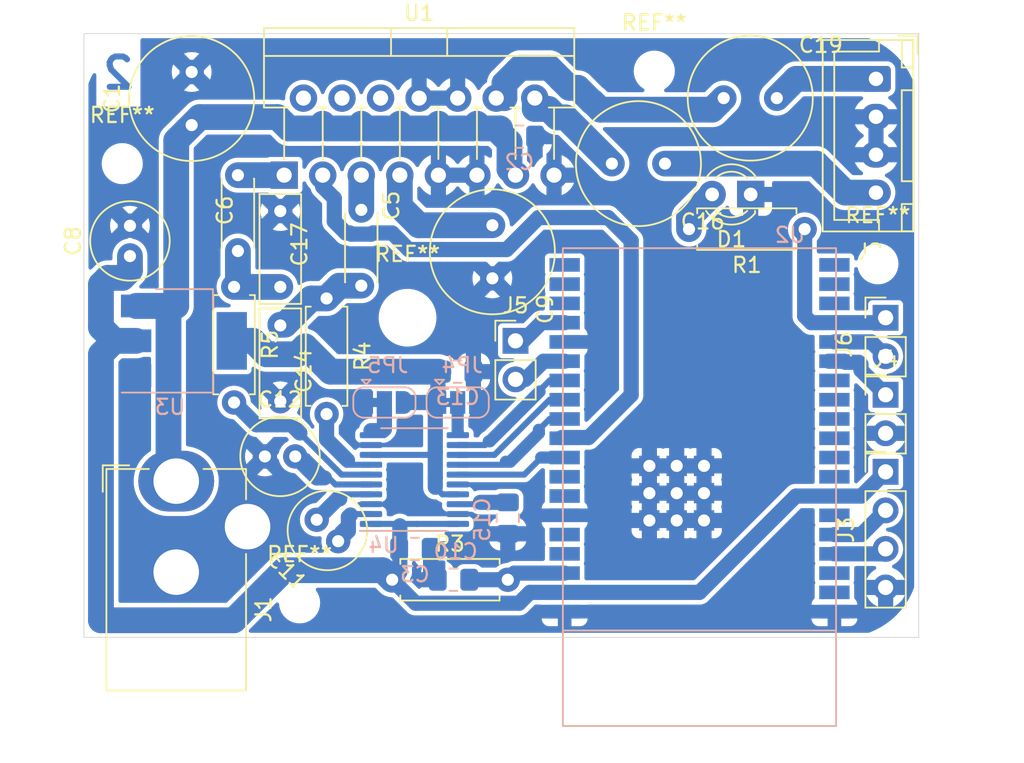
<source format=kicad_pcb>
(kicad_pcb (version 20211014) (generator pcbnew)
  (layers (0 "F.Cu" signal) (31 "B.Cu" signal) (34 "B.Paste" user) (35 "F.Paste" user) (36 "B.SilkS" user "B.Silkscreen") (37 "F.SilkS" user "F.Silkscreen") (38 "B.Mask" user) (39 "F.Mask" user) (44 "Edge.Cuts" user))
  (net 0 "")
  (net 1 "GND")
  (net 2 "+12V")
  (net 3 "Net-(C5-Pad1)")
  (net 4 "Net-(C6-Pad1)")
  (net 5 "+3V3")
  (net 6 "Net-(C10-Pad1)")
  (net 7 "Net-(C11-Pad2)")
  (net 8 "Net-(C11-Pad1)")
  (net 9 "Net-(C15-Pad1)")
  (net 10 "Net-(J3-Pad3)")
  (net 11 "Net-(J3-Pad2)")
  (net 12 "Net-(C9-Pad1)")
  (net 13 "Net-(C16-Pad1)")
  (net 14 "Net-(C19-Pad1)")
  (net 15 "Net-(D1-Pad2)")
  (net 16 "/PCM5100/DIN")
  (net 17 "/PCM5100/BCK")
  (net 18 "Net-(R4-Pad2)")
  (net 19 "Net-(R5-Pad2)")
  (net 20 "Net-(C12-Pad2)")
  (net 21 "Net-(JP4-Pad2)")
  (net 22 "Net-(JP5-Pad2)")
  (net 23 "/ESP32/IO14")
  (net 24 "Net-(J4-Pad1)")
  (net 25 "Net-(J6-Pad2)")
  (net 26 "Net-(J6-Pad1)")
  (net 27 "/TDA7496/LIN")
  (net 28 "/TDA7496/ROUT")
  (net 29 "/TDA7496/LOUT")
  (net 30 "/PCM5100/OUTL")
  (net 31 "/ESP32/VOL")
  (net 32 "/ESP32/GPIO22-WORD")
  (net 33 "Net-(J5-Pad2)")
  (net 34 "Net-(J5-Pad1)")
  (footprint "Connector_JST:JST_XH_B4B-XH-A_1x04_P2.50mm_Vertical" (layer "F.Cu") (at 155.123 89.408 -90)
    (fp_text reference "J2" (at 11.4 0.4 180) (layer "F.SilkS"))
    (fp_text value "SPEAKER")
    (pad "1" thru_hole roundrect locked (at 0 0 270) (size 1.7 1.95) (drill 0.95) (layers *.Cu *.Mask) (roundrect_rratio 0.1470588235) (net 29 "/TDA7496/LOUT"))
    (pad "2" thru_hole oval locked (at 2.5 0 270) (size 1.7 1.95) (drill 0.95) (layers *.Cu *.Mask) (net 1 "GND"))
    (pad "3" thru_hole oval locked (at 5 0 270) (size 1.7 1.95) (drill 0.95) (layers *.Cu *.Mask) (net 1 "GND"))
    (pad "4" thru_hole oval locked (at 7.5 0 270) (size 1.7 1.95) (drill 0.95) (layers *.Cu *.Mask) (net 28 "/TDA7496/ROUT"))
  )
  (footprint "Capacitor_THT:C_Radial_D8.0mm_H11.5mm_P3.50mm" (layer "F.Cu") (at 145.09 90.678)
    (fp_text reference "C19" (at 6.4 -3.5) (layer "F.SilkS"))
    (fp_text value "470uF")
    (pad "1" thru_hole circle locked (at 0 0) (size 1.6 1.6) (drill 0.8) (layers *.Cu *.Mask) (net 14 "Net-(C19-Pad1)"))
    (pad "2" thru_hole circle locked (at 3.5 0) (size 1.6 1.6) (drill 0.8) (layers *.Cu *.Mask) (net 29 "/TDA7496/LOUT"))
  )
  (footprint "Resistor_THT:R_Axial_DIN0207_L6.3mm_D2.5mm_P7.62mm_Horizontal" (layer "F.Cu") (at 112.832 103.124 -90)
    (fp_text reference "R5" (at 3.81 -2.37 90) (layer "F.SilkS"))
    (fp_text value "470")
    (pad "1" thru_hole circle locked (at 0 0 270) (size 1.6 1.6) (drill 0.8) (layers *.Cu *.Mask) (net 30 "/PCM5100/OUTL"))
    (pad "2" thru_hole oval locked (at 7.62 0 270) (size 1.6 1.6) (drill 0.8) (layers *.Cu *.Mask) (net 19 "Net-(R5-Pad2)"))
  )
  (footprint "Resistor_THT:R_Axial_DIN0207_L6.3mm_D2.5mm_P7.62mm_Horizontal" (layer "F.Cu") (at 123.246 122.428)
    (fp_text reference "R3" (at 3.81 -2.37) (layer "F.SilkS"))
    (fp_text value "10k")
    (pad "1" thru_hole circle locked (at 0 0) (size 1.6 1.6) (drill 0.8) (layers *.Cu *.Mask) (net 5 "+3V3"))
    (pad "2" thru_hole oval locked (at 7.62 0) (size 1.6 1.6) (drill 0.8) (layers *.Cu *.Mask) (net 6 "Net-(C10-Pad1)"))
  )
  (footprint "Resistor_THT:R_Axial_DIN0207_L6.3mm_D2.5mm_P7.62mm_Horizontal" (layer "F.Cu") (at 150.424 99.314 180)
    (fp_text reference "R1" (at 3.81 -2.37) (layer "F.SilkS"))
    (fp_text value "470")
    (pad "1" thru_hole circle locked (at 0 0 180) (size 1.6 1.6) (drill 0.8) (layers *.Cu *.Mask) (net 26 "Net-(J6-Pad1)"))
    (pad "2" thru_hole oval locked (at 7.62 0 180) (size 1.6 1.6) (drill 0.8) (layers *.Cu *.Mask) (net 15 "Net-(D1-Pad2)"))
  )
  (footprint "LED_THT:LED_D3.0mm" (layer "F.Cu") (at 146.868 97.028 180)
    (fp_text reference "D1" (at 1.27 -2.96) (layer "F.SilkS"))
    (fp_text value "LED")
    (pad "1" thru_hole rect locked (at 0 0 180) (size 1.8 1.8) (drill 0.9) (layers *.Cu *.Mask) (net 1 "GND"))
    (pad "2" thru_hole circle locked (at 2.54 0 180) (size 1.8 1.8) (drill 0.9) (layers *.Cu *.Mask) (net 15 "Net-(D1-Pad2)"))
  )
  (footprint "Connector_PinHeader_2.54mm:PinHeader_1x04_P2.54mm_Vertical" (layer "F.Cu") (at 155.758 115.316)
    (fp_text reference "J3" (at -2.6 3.82 90) (layer "F.SilkS"))
    (fp_text value "UART")
    (pad "1" thru_hole rect locked (at 0 0) (size 1.7 1.7) (drill 1) (layers *.Cu *.Mask) (net 5 "+3V3"))
    (pad "2" thru_hole oval locked (at 0 2.54) (size 1.7 1.7) (drill 1) (layers *.Cu *.Mask) (net 11 "Net-(J3-Pad2)"))
    (pad "3" thru_hole oval locked (at 0 5.08) (size 1.7 1.7) (drill 1) (layers *.Cu *.Mask) (net 10 "Net-(J3-Pad3)"))
    (pad "4" thru_hole oval locked (at 0 7.62) (size 1.7 1.7) (drill 1) (layers *.Cu *.Mask) (net 1 "GND"))
  )
  (footprint "Connector_PinHeader_2.54mm:PinHeader_1x02_P2.54mm_Vertical" (layer "F.Cu") (at 155.758 110.236)
    (fp_text reference "J4" (at 0 -2.33) (layer "F.SilkS"))
    (fp_text value "BOOT_OPT")
    (pad "1" thru_hole rect locked (at 0 0) (size 1.7 1.7) (drill 1) (layers *.Cu *.Mask) (net 24 "Net-(J4-Pad1)"))
    (pad "2" thru_hole oval locked (at 0 2.54) (size 1.7 1.7) (drill 1) (layers *.Cu *.Mask) (net 1 "GND"))
  )
  (footprint "Capacitor_THT:C_Rect_L7.0mm_W2.5mm_P5.00mm" (layer "F.Cu") (at 115.88 103.124 90)
    (fp_text reference "C17" (at 2.802 1.264 90) (layer "F.SilkS"))
    (fp_text value "2.2nF")
    (pad "1" thru_hole circle locked (at 0 0 90) (size 1.6 1.6) (drill 0.8) (layers *.Cu *.Mask) (net 30 "/PCM5100/OUTL"))
    (pad "2" thru_hole circle locked (at 5 0 90) (size 1.6 1.6) (drill 0.8) (layers *.Cu *.Mask) (net 1 "GND"))
  )
  (footprint "Capacitor_THT:C_Disc_D4.3mm_W1.9mm_P5.00mm" (layer "F.Cu") (at 113.086 95.758 -90)
    (fp_text reference "C6" (at 2.322 0.864 90) (layer "F.SilkS"))
    (fp_text value "0.47uF")
    (pad "1" thru_hole circle locked (at 0 0 270) (size 1.6 1.6) (drill 0.8) (layers *.Cu *.Mask) (net 4 "Net-(C6-Pad1)"))
    (pad "2" thru_hole circle locked (at 5 0 270) (size 1.6 1.6) (drill 0.8) (layers *.Cu *.Mask) (net 30 "/PCM5100/OUTL"))
  )
  (footprint "Capacitor_THT:C_Radial_D8.0mm_H11.5mm_P3.50mm" (layer "F.Cu") (at 110.038 92.456 90)
    (fp_text reference "C1" (at 1.75 -5.25 90) (layer "F.SilkS"))
    (fp_text value "470uF x 16V")
    (pad "1" thru_hole circle locked (at 0 0 90) (size 1.6 1.6) (drill 0.8) (layers *.Cu *.Mask) (net 2 "+12V"))
    (pad "2" thru_hole circle locked (at 3.5 0 90) (size 1.6 1.6) (drill 0.8) (layers *.Cu *.Mask) (net 1 "GND"))
  )
  (footprint "Package_TO_SOT_THT:TO-220-15_P2.54x2.54mm_StaggerOdd_Lead4.58mm_Vertical" (layer "F.Cu") (at 116.134 95.758)
    (fp_text reference "U1" (at 8.89 -10.7) (layer "F.SilkS"))
    (fp_text value "TDA7496")
    (pad "1" thru_hole rect locked (at 0 0) (size 1.8 1.8) (drill 1) (layers *.Cu *.Mask) (net 4 "Net-(C6-Pad1)"))
    (pad "2" thru_hole oval locked (at 1.27 -5.08) (size 1.8 1.8) (drill 1) (layers *.Cu *.Mask))
    (pad "3" thru_hole oval locked (at 2.54 0) (size 1.8 1.8) (drill 1) (layers *.Cu *.Mask) (net 31 "/ESP32/VOL"))
    (pad "4" thru_hole oval locked (at 3.81 -5.08) (size 1.8 1.8) (drill 1) (layers *.Cu *.Mask))
    (pad "5" thru_hole oval locked (at 5.08 0) (size 1.8 1.8) (drill 1) (layers *.Cu *.Mask) (net 3 "Net-(C5-Pad1)"))
    (pad "6" thru_hole oval locked (at 6.35 -5.08) (size 1.8 1.8) (drill 1) (layers *.Cu *.Mask))
    (pad "7" thru_hole oval locked (at 7.62 0) (size 1.8 1.8) (drill 1) (layers *.Cu *.Mask) (net 12 "Net-(C9-Pad1)"))
    (pad "8" thru_hole oval locked (at 8.89 -5.08) (size 1.8 1.8) (drill 1) (layers *.Cu *.Mask) (net 1 "GND"))
    (pad "9" thru_hole oval locked (at 10.16 0) (size 1.8 1.8) (drill 1) (layers *.Cu *.Mask) (net 1 "GND"))
    (pad "10" thru_hole oval locked (at 11.43 -5.08) (size 1.8 1.8) (drill 1) (layers *.Cu *.Mask) (net 1 "GND"))
    (pad "11" thru_hole oval locked (at 12.7 0) (size 1.8 1.8) (drill 1) (layers *.Cu *.Mask) (net 1 "GND"))
    (pad "12" thru_hole oval locked (at 13.97 -5.08) (size 1.8 1.8) (drill 1) (layers *.Cu *.Mask) (net 14 "Net-(C19-Pad1)"))
    (pad "13" thru_hole oval locked (at 15.24 0) (size 1.8 1.8) (drill 1) (layers *.Cu *.Mask) (net 2 "+12V"))
    (pad "14" thru_hole oval locked (at 16.51 -5.08) (size 1.8 1.8) (drill 1) (layers *.Cu *.Mask) (net 13 "Net-(C16-Pad1)"))
    (pad "15" thru_hole oval locked (at 17.78 0) (size 1.8 1.8) (drill 1) (layers *.Cu *.Mask) (net 1 "GND"))
  )
  (footprint "Capacitor_THT:C_Disc_D4.3mm_W1.9mm_P5.00mm" (layer "F.Cu") (at 121.214 98.044 -90)
    (fp_text reference "C5" (at -0.278 -1.986 -90) (layer "F.SilkS"))
    (fp_text value "0.47uF")
    (pad "1" thru_hole circle locked (at 0 0 270) (size 1.6 1.6) (drill 0.8) (layers *.Cu *.Mask) (net 3 "Net-(C5-Pad1)"))
    (pad "2" thru_hole circle locked (at 5 0 270) (size 1.6 1.6) (drill 0.8) (layers *.Cu *.Mask) (net 27 "/TDA7496/LIN"))
  )
  (footprint "MountingHole:MountingHole_2.1mm" (layer "F.Cu") (at 140.518 88.9)
    (fp_text reference "REF**" (at 0 -3.2) (layer "F.SilkS"))
    (fp_text value "MountingHole_2.1mm")
    (pad "" np_thru_hole circle locked (at 0 0) (size 2.1 2.1) (drill 2.1) (layers *.Cu *.Mask))
  )
  (footprint "Capacitor_THT:C_Radial_D5.0mm_H11.0mm_P2.00mm" (layer "F.Cu") (at 119.69 119.888 135)
    (fp_text reference "C11" (at 1 -3.75 135) (layer "F.SilkS"))
    (fp_text value "2.2u")
    (pad "1" thru_hole circle locked (at 0 0 135) (size 1.6 1.6) (drill 0.8) (layers *.Cu *.Mask) (net 8 "Net-(C11-Pad1)"))
    (pad "2" thru_hole circle locked (at 2 0 135) (size 1.6 1.6) (drill 0.8) (layers *.Cu *.Mask) (net 7 "Net-(C11-Pad2)"))
  )
  (footprint "Resistor_THT:R_Axial_DIN0207_L6.3mm_D2.5mm_P7.62mm_Horizontal" (layer "F.Cu") (at 118.928 103.886 -90)
    (fp_text reference "R4" (at 3.81 -2.37 90) (layer "F.SilkS"))
    (fp_text value "470")
    (pad "1" thru_hole circle locked (at 0 0 270) (size 1.6 1.6) (drill 0.8) (layers *.Cu *.Mask) (net 27 "/TDA7496/LIN"))
    (pad "2" thru_hole oval locked (at 7.62 0 270) (size 1.6 1.6) (drill 0.8) (layers *.Cu *.Mask) (net 18 "Net-(R4-Pad2)"))
  )
  (footprint "Capacitor_THT:C_Radial_D5.0mm_H11.0mm_P2.00mm" (layer "F.Cu") (at 105.974 101.092 90)
    (fp_text reference "C8" (at 1 -3.75 90) (layer "F.SilkS"))
    (fp_text value "100uF")
    (pad "1" thru_hole circle locked (at 0 0 90) (size 1.6 1.6) (drill 0.8) (layers *.Cu *.Mask) (net 5 "+3V3"))
    (pad "2" thru_hole circle locked (at 2 0 90) (size 1.6 1.6) (drill 0.8) (layers *.Cu *.Mask) (net 1 "GND"))
  )
  (footprint "Capacitor_THT:C_Radial_D8.0mm_H11.5mm_P3.50mm" (layer "F.Cu") (at 137.724 94.996)
    (fp_text reference "C16" (at 5.986 3.822) (layer "F.SilkS"))
    (fp_text value "470uF")
    (pad "1" thru_hole circle locked (at 0 0) (size 1.6 1.6) (drill 0.8) (layers *.Cu *.Mask) (net 13 "Net-(C16-Pad1)"))
    (pad "2" thru_hole circle locked (at 3.5 0) (size 1.6 1.6) (drill 0.8) (layers *.Cu *.Mask) (net 28 "/TDA7496/ROUT"))
  )
  (footprint "Capacitor_THT:C_Rect_L7.0mm_W2.5mm_P5.00mm" (layer "F.Cu") (at 115.88 105.664 -90)
    (fp_text reference "C14" (at 3.002 -1.536 90) (layer "F.SilkS"))
    (fp_text value "2.2nF")
    (pad "1" thru_hole circle locked (at 0 0 270) (size 1.6 1.6) (drill 0.8) (layers *.Cu *.Mask) (net 27 "/TDA7496/LIN"))
    (pad "2" thru_hole circle locked (at 5 0 270) (size 1.6 1.6) (drill 0.8) (layers *.Cu *.Mask) (net 1 "GND"))
  )
  (footprint "Capacitor_THT:C_Radial_D5.0mm_H11.0mm_P2.00mm" (layer "F.Cu") (at 114.864 114.3)
    (fp_text reference "C12" (at 1 -3.75) (layer "F.SilkS"))
    (fp_text value "2.2u")
    (pad "1" thru_hole circle locked (at 0 0) (size 1.6 1.6) (drill 0.8) (layers *.Cu *.Mask) (net 1 "GND"))
    (pad "2" thru_hole circle locked (at 2 0) (size 1.6 1.6) (drill 0.8) (layers *.Cu *.Mask) (net 20 "Net-(C12-Pad2)"))
  )
  (footprint "Connector_BarrelJack:BarrelJack_CUI_PJ-102AH_Horizontal" (layer "F.Cu") (at 109.022 115.928)
    (fp_text reference "J1" (at 5.75 8.45 90) (layer "F.SilkS"))
    (fp_text value "12v")
    (pad "1" thru_hole roundrect locked (at 0 0) (size 5 4) (drill 3) (layers *.Cu *.Mask) (roundrect_rratio 0.5) (net 2 "+12V"))
    (pad "2" thru_hole roundrect locked (at 0 6) (size 5 4) (drill 3) (layers *.Cu *.Mask) (roundrect_rratio 0.5) (net 1 "GND"))
    (pad "3" thru_hole roundrect locked (at 4.7 3) (size 4 5) (drill 3) (layers *.Cu *.Mask) (roundrect_rratio 0.5) (net 1 "GND"))
  )
  (footprint "Connector_PinHeader_2.54mm:PinHeader_1x02_P2.54mm_Vertical" (layer "F.Cu") (at 131.374 106.68)
    (fp_text reference "J5" (at 0 -2.33) (layer "F.SilkS"))
    (fp_text value "Conn_01x02")
    (pad "1" thru_hole rect locked (at 0 0) (size 1.7 1.7) (drill 1) (layers *.Cu *.Mask) (net 34 "Net-(J5-Pad1)"))
    (pad "2" thru_hole oval locked (at 0 2.54) (size 1.7 1.7) (drill 1) (layers *.Cu *.Mask) (net 33 "Net-(J5-Pad2)"))
  )
  (footprint "MountingHole:MountingHole_2.1mm" (layer "F.Cu") (at 105.466 94.996)
    (fp_text reference "REF**" (at 0 -3.2) (layer "F.SilkS"))
    (fp_text value "MountingHole_2.1mm")
    (pad "" np_thru_hole circle locked (at 0 0) (size 2.1 2.1) (drill 2.1) (layers *.Cu *.Mask))
  )
  (footprint "Capacitor_THT:C_Radial_D8.0mm_H11.5mm_P3.50mm" (layer "F.Cu") (at 129.85 99.06 -90)
    (fp_text reference "C9" (at 5.536 -3.478 90) (layer "F.SilkS"))
    (fp_text value "470uF")
    (pad "1" thru_hole circle locked (at 0 0 270) (size 1.6 1.6) (drill 0.8) (layers *.Cu *.Mask) (net 12 "Net-(C9-Pad1)"))
    (pad "2" thru_hole circle locked (at 3.5 0 270) (size 1.6 1.6) (drill 0.8) (layers *.Cu *.Mask) (net 1 "GND"))
  )
  (footprint "MountingHole:MountingHole_3.2mm_M3" (layer "F.Cu") (at 124.262 105.156)
    (fp_text reference "REF**" (at 0 -4.2) (layer "F.SilkS"))
    (fp_text value "MountingHole_3.2mm_M3")
    (pad "" np_thru_hole circle locked (at 0 0) (size 3.2 3.2) (drill 3.2) (layers *.Cu *.Mask))
  )
  (footprint "Connector_PinHeader_2.54mm:PinHeader_1x02_P2.54mm_Vertical" (layer "F.Cu") (at 155.758 105.156)
    (fp_text reference "J6" (at -2.7432 1.778 90) (layer "F.SilkS"))
    (fp_text value "EXTRA")
    (pad "1" thru_hole rect locked (at 0 0) (size 1.7 1.7) (drill 1) (layers *.Cu *.Mask) (net 26 "Net-(J6-Pad1)"))
    (pad "2" thru_hole oval locked (at 0 2.54) (size 1.7 1.7) (drill 1) (layers *.Cu *.Mask) (net 25 "Net-(J6-Pad2)"))
  )
  (footprint "MountingHole:MountingHole_2.1mm" (layer "F.Cu") (at 155.25 101.6)
    (fp_text reference "REF**" (at 0 -3.2) (layer "F.SilkS"))
    (fp_text value "MountingHole_2.1mm")
    (pad "" np_thru_hole circle locked (at 0 0) (size 2.1 2.1) (drill 2.1) (layers *.Cu *.Mask))
  )
  (footprint "MountingHole:MountingHole_2.1mm" (layer "F.Cu") (at 117.15 123.952)
    (fp_text reference "REF**" (at 0 -3.2) (layer "F.SilkS"))
    (fp_text value "MountingHole_2.1mm")
    (pad "" np_thru_hole circle locked (at 0 0) (size 2.1 2.1) (drill 2.1) (layers *.Cu *.Mask))
  )
  (footprint "Capacitor_SMD:C_0805_2012Metric_Pad1.18x1.45mm_HandSolder" (layer "B.Cu") (at 130.866 118.364 -90)
    (fp_text reference "C15" (at 0.1 1.68 90) (layer "B.SilkS") (effects (justify mirror)))
    (fp_text value "0.1u")
    (pad "1" smd roundrect locked (at -1.0375 0 270) (size 1.175 1.45) (layers "B.Cu" "B.Paste" "B.Mask") (roundrect_rratio 0.2127659574) (net 9 "Net-(C15-Pad1)"))
    (pad "2" smd roundrect locked (at 1.0375 0 270) (size 1.175 1.45) (layers "B.Cu" "B.Paste" "B.Mask") (roundrect_rratio 0.2127659574) (net 1 "GND"))
  )
  (footprint "Package_SO:TSSOP-20_4.4x6.5mm_P0.65mm" (layer "B.Cu") (at 124.714 115.824)
    (fp_text reference "U4" (at -2.032 4.318) (layer "B.SilkS") (effects (justify mirror)))
    (fp_text value "PCM5100")
    (pad "1" smd roundrect locked (at -2.8625 2.925) (size 1.475 0.4) (layers "B.Cu" "B.Paste" "B.Mask") (net 5 "+3V3"))
    (pad "2" smd roundrect locked (at -2.8625 2.275) (size 1.475 0.4) (layers "B.Cu" "B.Paste" "B.Mask") (net 8 "Net-(C11-Pad1)"))
    (pad "3" smd roundrect locked (at -2.8625 1.625) (size 1.475 0.4) (layers "B.Cu" "B.Paste" "B.Mask") (net 1 "GND"))
    (pad "4" smd roundrect locked (at -2.8625 0.975) (size 1.475 0.4) (layers "B.Cu" "B.Paste" "B.Mask") (net 7 "Net-(C11-Pad2)"))
    (pad "5" smd roundrect locked (at -2.8625 0.325) (size 1.475 0.4) (layers "B.Cu" "B.Paste" "B.Mask") (net 20 "Net-(C12-Pad2)"))
    (pad "6" smd roundrect locked (at -2.8625 -0.325) (size 1.475 0.4) (layers "B.Cu" "B.Paste" "B.Mask") (net 19 "Net-(R5-Pad2)"))
    (pad "7" smd roundrect locked (at -2.8625 -0.975) (size 1.475 0.4) (layers "B.Cu" "B.Paste" "B.Mask") (net 18 "Net-(R4-Pad2)"))
    (pad "8" smd roundrect locked (at -2.8625 -1.625) (size 1.475 0.4) (layers "B.Cu" "B.Paste" "B.Mask") (net 5 "+3V3"))
    (pad "9" smd roundrect locked (at -2.8625 -2.275) (size 1.475 0.4) (layers "B.Cu" "B.Paste" "B.Mask") (net 1 "GND"))
    (pad "10" smd roundrect locked (at -2.8625 -2.925) (size 1.475 0.4) (layers "B.Cu" "B.Paste" "B.Mask") (net 22 "Net-(JP5-Pad2)"))
    (pad "11" smd roundrect locked (at 2.8625 -2.925) (size 1.475 0.4) (layers "B.Cu" "B.Paste" "B.Mask") (net 21 "Net-(JP4-Pad2)"))
    (pad "12" smd roundrect locked (at 2.8625 -2.275) (size 1.475 0.4) (layers "B.Cu" "B.Paste" "B.Mask") (net 23 "/ESP32/IO14"))
    (pad "13" smd roundrect locked (at 2.8625 -1.625) (size 1.475 0.4) (layers "B.Cu" "B.Paste" "B.Mask") (net 17 "/PCM5100/BCK"))
    (pad "14" smd roundrect locked (at 2.8625 -0.975) (size 1.475 0.4) (layers "B.Cu" "B.Paste" "B.Mask") (net 16 "/PCM5100/DIN"))
    (pad "15" smd roundrect locked (at 2.8625 -0.325) (size 1.475 0.4) (layers "B.Cu" "B.Paste" "B.Mask") (net 32 "/ESP32/GPIO22-WORD"))
    (pad "16" smd roundrect locked (at 2.8625 0.325) (size 1.475 0.4) (layers "B.Cu" "B.Paste" "B.Mask") (net 1 "GND"))
    (pad "17" smd roundrect locked (at 2.8625 0.975) (size 1.475 0.4) (layers "B.Cu" "B.Paste" "B.Mask") (net 5 "+3V3"))
    (pad "18" smd roundrect locked (at 2.8625 1.625) (size 1.475 0.4) (layers "B.Cu" "B.Paste" "B.Mask") (net 9 "Net-(C15-Pad1)"))
    (pad "19" smd roundrect locked (at 2.8625 2.275) (size 1.475 0.4) (layers "B.Cu" "B.Paste" "B.Mask") (net 1 "GND"))
    (pad "20" smd roundrect locked (at 2.8625 2.925) (size 1.475 0.4) (layers "B.Cu" "B.Paste" "B.Mask") (net 5 "+3V3"))
  )
  (footprint "Capacitor_SMD:C_0805_2012Metric_Pad1.18x1.45mm_HandSolder" (layer "B.Cu") (at 127.2885 122.428 180)
    (fp_text reference "C10" (at -0.146 1.872) (layer "B.SilkS") (effects (justify mirror)))
    (fp_text value "0.1u")
    (pad "1" smd roundrect locked (at -1.0375 0 180) (size 1.175 1.45) (layers "B.Cu" "B.Paste" "B.Mask") (roundrect_rratio 0.2127659574) (net 6 "Net-(C10-Pad1)"))
    (pad "2" smd roundrect locked (at 1.0375 0 180) (size 1.175 1.45) (layers "B.Cu" "B.Paste" "B.Mask") (roundrect_rratio 0.2127659574) (net 1 "GND"))
  )
  (footprint "esp32-wrover:ESP32-WROVER(EDIT)" (layer "B.Cu") (at 144.494 127.072)
    (fp_text reference "U2" (at 4.97 -27.374) (layer "B.SilkS") (effects (justify mirror)))
    (fp_text value "ESP32-WROVER_E" hide)
    (pad "1" smd rect locked (at -9.881 -2.54) (size 2 0.9) (layers "B.Cu" "B.Paste" "B.Mask") (net 1 "GND"))
    (pad "2" smd rect locked (at -9.881 -3.81) (size 2 0.9) (layers "B.Cu" "B.Paste" "B.Mask") (net 5 "+3V3"))
    (pad "3" smd rect locked (at -9.881 -5.08) (size 2 0.9) (layers "B.Cu" "B.Paste" "B.Mask") (net 6 "Net-(C10-Pad1)"))
    (pad "4" smd rect locked (at -9.881 -6.35) (size 2 0.9) (layers "B.Cu" "B.Paste" "B.Mask"))
    (pad "5" smd rect locked (at -9.881 -7.62) (size 2 0.9) (layers "B.Cu" "B.Paste" "B.Mask"))
    (pad "6" smd rect locked (at -9.881 -8.89) (size 2 0.9) (layers "B.Cu" "B.Paste" "B.Mask") (net 1 "GND"))
    (pad "7" smd rect locked (at -9.881 -10.16) (size 2 0.9) (layers "B.Cu" "B.Paste" "B.Mask"))
    (pad "8" smd rect locked (at -9.881 -11.43) (size 2 0.9) (layers "B.Cu" "B.Paste" "B.Mask"))
    (pad "9" smd rect locked (at -9.881 -12.7) (size 2 0.9) (layers "B.Cu" "B.Paste" "B.Mask") (net 32 "/ESP32/GPIO22-WORD"))
    (pad "10" smd rect locked (at -9.881 -13.97) (size 2 0.9) (layers "B.Cu" "B.Paste" "B.Mask") (net 31 "/ESP32/VOL"))
    (pad "11" smd rect locked (at -9.881 -15.24) (size 2 0.9) (layers "B.Cu" "B.Paste" "B.Mask") (net 16 "/PCM5100/DIN"))
    (pad "12" smd rect locked (at -9.881 -16.51) (size 2 0.9) (layers "B.Cu" "B.Paste" "B.Mask") (net 17 "/PCM5100/BCK"))
    (pad "13" smd rect locked (at -9.881 -17.78) (size 2 0.9) (layers "B.Cu" "B.Paste" "B.Mask") (net 23 "/ESP32/IO14"))
    (pad "14" smd rect locked (at -9.881 -19.05) (size 2 0.9) (layers "B.Cu" "B.Paste" "B.Mask") (net 33 "Net-(J5-Pad2)"))
    (pad "15" smd rect locked (at -9.881 -20.32) (size 2 0.9) (layers "B.Cu" "B.Paste" "B.Mask") (net 1 "GND"))
    (pad "16" smd rect locked (at -9.881 -21.59) (size 2 0.9) (layers "B.Cu" "B.Paste" "B.Mask") (net 34 "Net-(J5-Pad1)"))
    (pad "17" smd rect locked (at -9.881 -22.86) (size 2 0.9) (layers "B.Cu" "B.Paste" "B.Mask"))
    (pad "18" smd rect locked (at -9.881 -24.13) (size 2 0.9) (layers "B.Cu" "B.Paste" "B.Mask"))
    (pad "19" smd rect locked (at -9.881 -25.4) (size 2 0.9) (layers "B.Cu" "B.Paste" "B.Mask"))
    (pad "20" smd rect locked (at 7.891 -25.4) (size 2 0.9) (layers "B.Cu" "B.Paste" "B.Mask"))
    (pad "21" smd rect locked (at 7.891 -24.13) (size 2 0.9) (layers "B.Cu" "B.Paste" "B.Mask"))
    (pad "22" smd rect locked (at 7.891 -22.86) (size 2 0.9) (layers "B.Cu" "B.Paste" "B.Mask"))
    (pad "23" smd rect locked (at 7.891 -21.59) (size 2 0.9) (layers "B.Cu" "B.Paste" "B.Mask") (net 26 "Net-(J6-Pad1)"))
    (pad "24" smd rect locked (at 7.891 -20.32) (size 2 0.9) (layers "B.Cu" "B.Paste" "B.Mask") (net 25 "Net-(J6-Pad2)"))
    (pad "25" smd rect locked (at 7.891 -19.05) (size 2 0.9) (layers "B.Cu" "B.Paste" "B.Mask") (net 24 "Net-(J4-Pad1)"))
    (pad "26" smd rect locked (at 7.891 -17.78) (size 2 0.9) (layers "B.Cu" "B.Paste" "B.Mask"))
    (pad "27" smd rect locked (at 7.891 -16.51) (size 2 0.9) (layers "B.Cu" "B.Paste" "B.Mask"))
    (pad "28" smd rect locked (at 7.891 -15.24) (size 2 0.9) (layers "B.Cu" "B.Paste" "B.Mask"))
    (pad "29" smd rect locked (at 7.891 -13.97) (size 2 0.9) (layers "B.Cu" "B.Paste" "B.Mask"))
    (pad "30" smd rect locked (at 7.891 -12.7) (size 2 0.9) (layers "B.Cu" "B.Paste" "B.Mask"))
    (pad "31" smd rect locked (at 7.891 -11.43) (size 2 0.9) (layers "B.Cu" "B.Paste" "B.Mask"))
    (pad "32" smd rect locked (at 7.891 -10.16) (size 2 0.9) (layers "B.Cu" "B.Paste" "B.Mask") (net 5 "+3V3"))
    (pad "33" smd rect locked (at 7.891 -8.89) (size 2 0.9) (layers "B.Cu" "B.Paste" "B.Mask"))
    (pad "34" smd rect locked (at 7.891 -7.62) (size 2 0.9) (layers "B.Cu" "B.Paste" "B.Mask") (net 11 "Net-(J3-Pad2)"))
    (pad "35" smd rect locked (at 7.891 -6.35) (size 2 0.9) (layers "B.Cu" "B.Paste" "B.Mask") (net 10 "Net-(J3-Pad3)"))
    (pad "36" smd rect locked (at 7.891 -5.08) (size 2 0.9) (layers "B.Cu" "B.Paste" "B.Mask"))
    (pad "37" smd rect locked (at 7.891 -3.81) (size 2 0.9) (layers "B.Cu" "B.Paste" "B.Mask"))
    (pad "38" smd rect locked (at 7.891 -2.54) (size 2 0.9) (layers "B.Cu" "B.Paste" "B.Mask") (net 1 "GND"))
    (pad "39" thru_hole rect locked (at -0.7 -8.55) (size 1.33 1.33) (drill 0.8) (layers *.Cu *.Mask) (net 1 "GND"))
    (pad "39" thru_hole rect locked (at -0.7 -12.15) (size 1.33 1.33) (drill 0.8) (layers *.Cu *.Mask) (net 1 "GND"))
    (pad "39" thru_hole rect locked (at -2.5 -8.55) (size 1.33 1.33) (drill 0.8) (layers *.Cu *.Mask) (net 1 "GND"))
    (pad "39" thru_hole rect locked (at -4.3 -10.35) (size 1.33 1.33) (drill 0.8) (layers *.Cu *.Mask) (net 1 "GND"))
    (pad "39" thru_hole rect locked (at -4.3 -12.15) (size 1.33 1.33) (drill 0.8) (layers *.Cu *.Mask) (net 1 "GND"))
    (pad "39" thru_hole rect locked (at -2.5 -12.15) (size 1.33 1.33) (drill 0.8) (layers *.Cu *.Mask) (net 1 "GND"))
    (pad "39" thru_hole rect locked (at -0.7 -10.35) (size 1.33 1.33) (drill 0.8) (layers *.Cu *.Mask) (net 1 "GND"))
    (pad "39" thru_hole rect locked (at -4.3 -8.55) (size 1.33 1.33) (drill 0.8) (layers *.Cu *.Mask) (net 1 "GND"))
    (pad "39" thru_hole rect locked (at -2.5 -10.35) (size 1.33 1.33) (drill 0.8) (layers *.Cu *.Mask) (net 1 "GND"))
  )
  (footprint "Package_TO_SOT_SMD:SOT-223-3_TabPin2" (layer "B.Cu") (at 109.53 106.68)
    (fp_text reference "U3" (at -0.917 4.358 180) (layer "B.SilkS") (effects (justify mirror)))
    (fp_text value "AP1117-33")
    (pad "1" smd rect locked (at -3.15 2.3) (size 2 1.5) (layers "B.Cu" "B.Paste" "B.Mask") (net 1 "GND"))
    (pad "2" smd rect locked (at 3.15 0) (size 2 3.8) (layers "B.Cu" "B.Paste" "B.Mask") (net 5 "+3V3"))
    (pad "2" smd rect locked (at -3.15 0) (size 2 1.5) (layers "B.Cu" "B.Paste" "B.Mask") (net 5 "+3V3"))
    (pad "3" smd rect locked (at -3.15 -2.3) (size 2 1.5) (layers "B.Cu" "B.Paste" "B.Mask") (net 2 "+12V"))
  )
  (footprint "Jumper:SolderJumper-3_P1.3mm_Bridged12_RoundedPad1.0x1.5mm" (layer "B.Cu") (at 122.738 110.744)
    (fp_text reference "JP5" (at 0.218 -2.458) (layer "B.SilkS") (effects (justify mirror)))
    (fp_text value "DEMP")
    (fp_poly (pts (xy -0.9 0.3) (xy -0.4 0.3) (xy -0.4 -0.3) (xy -0.9 -0.3)) (layer "B.Cu") (width 0) (fill solid))
    (pad "1" smd custom locked (at -1.3 0) (size 1 0.5) (layers "B.Cu" "B.Mask") (net 1 "GND") (options (clearance outline) (anchor rect)) (primitives (gr_circle (center 0 -0.25) (end 0.5 -0.25) (width 0) (fill yes)) (gr_circle (center 0 0.25) (end 0.5 0.25) (width 0) (fill yes)) (gr_poly (pts (xy 0.55 0.75) (xy 0 0.75) (xy 0 -0.75) (xy 0.55 -0.75)) (width 0) (fill yes))))
    (pad "2" smd rect locked (at 0 0) (size 1 1.5) (layers "B.Cu" "B.Mask") (net 22 "Net-(JP5-Pad2)"))
    (pad "3" smd custom locked (at 1.3 0) (size 1 0.5) (layers "B.Cu" "B.Mask") (net 5 "+3V3") (options (clearance outline) (anchor rect)) (primitives (gr_circle (center 0 -0.25) (end 0.5 -0.25) (width 0) (fill yes)) (gr_circle (center 0 0.25) (end 0.5 0.25) (width 0) (fill yes)) (gr_poly (pts (xy -0.55 0.75) (xy 0 0.75) (xy 0 -0.75) (xy -0.55 -0.75)) (width 0) (fill yes))))
  )
  (footprint "Capacitor_SMD:C_0805_2012Metric_Pad1.18x1.45mm_HandSolder" (layer "B.Cu") (at 127.564 108.712)
    (fp_text reference "C13" (at 0 1.68 180) (layer "B.SilkS") (effects (justify mirror)))
    (fp_text value "0.1u")
    (pad "1" smd roundrect locked (at -1.0375 0) (size 1.175 1.45) (layers "B.Cu" "B.Paste" "B.Mask") (roundrect_rratio 0.2127659574) (net 5 "+3V3"))
    (pad "2" smd roundrect locked (at 1.0375 0) (size 1.175 1.45) (layers "B.Cu" "B.Paste" "B.Mask") (roundrect_rratio 0.2127659574) (net 1 "GND"))
  )
  (footprint "Capacitor_SMD:C_0805_2012Metric_Pad1.18x1.45mm_HandSolder" (layer "B.Cu") (at 131.628 93.218)
    (fp_text reference "C2" (at 0 1.68 180) (layer "B.SilkS") (effects (justify mirror)))
    (fp_text value "0.1u")
    (pad "1" smd roundrect locked (at -1.0375 0) (size 1.175 1.45) (layers "B.Cu" "B.Paste" "B.Mask") (roundrect_rratio 0.2127659574) (net 2 "+12V"))
    (pad "2" smd roundrect locked (at 1.0375 0) (size 1.175 1.45) (layers "B.Cu" "B.Paste" "B.Mask") (roundrect_rratio 0.2127659574) (net 1 "GND"))
  )
  (footprint "Jumper:SolderJumper-3_P1.3mm_Bridged12_RoundedPad1.0x1.5mm" (layer "B.Cu") (at 127.564 110.744)
    (fp_text reference "JP4" (at 0.298 -2.458) (layer "B.SilkS") (effects (justify mirror)))
    (fp_text value "FLT")
    (fp_poly (pts (xy -0.9 0.3) (xy -0.4 0.3) (xy -0.4 -0.3) (xy -0.9 -0.3)) (layer "B.Cu") (width 0) (fill solid))
    (pad "1" smd custom locked (at -1.3 0) (size 1 0.5) (layers "B.Cu" "B.Mask") (net 5 "+3V3") (options (clearance outline) (anchor rect)) (primitives (gr_circle (center 0 -0.25) (end 0.5 -0.25) (width 0) (fill yes)) (gr_circle (center 0 0.25) (end 0.5 0.25) (width 0) (fill yes)) (gr_poly (pts (xy 0.55 0.75) (xy 0 0.75) (xy 0 -0.75) (xy 0.55 -0.75)) (width 0) (fill yes))))
    (pad "2" smd rect locked (at 0 0) (size 1 1.5) (layers "B.Cu" "B.Mask") (net 21 "Net-(JP4-Pad2)"))
    (pad "3" smd custom locked (at 1.3 0) (size 1 0.5) (layers "B.Cu" "B.Mask") (net 1 "GND") (options (clearance outline) (anchor rect)) (primitives (gr_circle (center 0 -0.25) (end 0.5 -0.25) (width 0) (fill yes)) (gr_circle (center 0 0.25) (end 0.5 0.25) (width 0) (fill yes)) (gr_poly (pts (xy -0.55 0.75) (xy 0 0.75) (xy 0 -0.75) (xy -0.55 -0.75)) (width 0) (fill yes))))
  )
  (footprint "Capacitor_SMD:C_0805_2012Metric_Pad1.18x1.45mm_HandSolder" (layer "B.Cu") (at 124.7485 120.396)
    (fp_text reference "C3" (at 0 1.68) (layer "B.SilkS") (effects (justify mirror)))
    (fp_text value "0.1u")
    (pad "1" smd roundrect locked (at -1.0375 0) (size 1.175 1.45) (layers "B.Cu" "B.Paste" "B.Mask") (roundrect_rratio 0.2127659574) (net 5 "+3V3"))
    (pad "2" smd roundrect locked (at 1.0375 0) (size 1.175 1.45) (layers "B.Cu" "B.Paste" "B.Mask") (roundrect_rratio 0.2127659574) (net 1 "GND"))
  )
  (gr_line (start 157.939 86.428) (end 157.939 126.228) (layer "Edge.Cuts") (width 0.05))
  (gr_line (start 157.939 126.228) (end 102.939 126.228) (layer "Edge.Cuts") (width 0.05))
  (gr_line (start 102.939 86.428) (end 157.939 86.428) (layer "Edge.Cuts") (width 0.05))
  (gr_line (start 102.939 126.228) (end 102.939 86.428) (layer "Edge.Cuts") (width 0.05))
  (gr_text "2" (at 105.212 89.027) (layer "B.Cu") (effects (font (size 2 2) (thickness 0.4)) (justify mirror)))
  (segment (start 125.786 121.963) (end 126.251 122.428) (width 1) (layer "B.Cu") (net 1))
  (segment (start 125.786 120.396) (end 125.786 121.963) (width 1) (layer "B.Cu") (net 1))
  (segment (start 125.984001 92.678001) (end 126.294 92.368002) (width 1.7) (layer "B.Cu") (net 2))
  (segment (start 116.443999 92.678001) (end 118.364001 92.678001) (width 1.7) (layer "B.Cu") (net 2))
  (segment (start 124.063999 92.678001) (end 125.984001 92.678001) (width 1.7) (layer "B.Cu") (net 2))
  (segment (start 108.006 115.928) (end 108.514 115.42) (width 1) (layer "B.Cu") (net 2))
  (segment (start 130.358 92.964) (end 130.97799 93.58399) (width 1.7) (layer "B.Cu") (net 2))
  (segment (start 126.294 92.368002) (end 126.603999 92.678001) (width 1.7) (layer "B.Cu") (net 2))
  (segment (start 130.358 92.678001) (end 130.358 92.964) (width 1.7) (layer "B.Cu") (net 2))
  (segment (start 118.364001 92.678001) (end 118.674 92.368002) (width 1.7) (layer "B.Cu") (net 2))
  (segment (start 109.022 104.38) (end 109.022 93.472) (width 1.7) (layer "B.Cu") (net 2))
  (segment (start 120.904001 92.678001) (end 121.214 92.368002) (width 1.7) (layer "B.Cu") (net 2))
  (segment (start 129.143999 92.678001) (end 130.358 92.678001) (width 1.7) (layer "B.Cu") (net 2))
  (segment (start 108.754 104.38) (end 108.514 104.62) (width 1.7) (layer "B.Cu") (net 2))
  (segment (start 123.444001 92.678001) (end 123.754 92.368002) (width 1.7) (layer "B.Cu") (net 2))
  (segment (start 130.97799 93.58399) (end 130.97799 95.36199) (width 1.7) (layer "B.Cu") (net 2))
  (segment (start 108.514 104.62) (end 108.514 115.42) (width 1.7) (layer "B.Cu") (net 2))
  (segment (start 121.523999 92.678001) (end 123.444001 92.678001) (width 1.7) (layer "B.Cu") (net 2))
  (segment (start 106.38 104.38) (end 109.022 104.38) (width 1.7) (layer "B.Cu") (net 2))
  (segment (start 128.524001 92.678001) (end 128.834 92.368002) (width 1.7) (layer "B.Cu") (net 2))
  (segment (start 123.754 92.368002) (end 124.063999 92.678001) (width 1.7) (layer "B.Cu") (net 2))
  (segment (start 126.603999 92.678001) (end 128.524001 92.678001) (width 1.7) (layer "B.Cu") (net 2))
  (segment (start 121.214 92.368002) (end 121.523999 92.678001) (width 1.7) (layer "B.Cu") (net 2))
  (segment (start 108.514 115.42) (end 109.022 115.928) (width 1.7) (layer "B.Cu") (net 2))
  (segment (start 110.566 91.928) (end 115.693998 91.928) (width 1.7) (layer "B.Cu") (net 2))
  (segment (start 115.693998 91.928) (end 116.443999 92.678001) (width 1.7) (layer "B.Cu") (net 2))
  (segment (start 118.983999 92.678001) (end 120.904001 92.678001) (width 1.7) (layer "B.Cu") (net 2))
  (segment (start 109.022 93.472) (end 110.566 91.928) (width 1.7) (layer "B.Cu") (net 2))
  (segment (start 118.674 92.368002) (end 118.983999 92.678001) (width 1.7) (layer "B.Cu") (net 2))
  (segment (start 130.97799 95.36199) (end 131.374 95.758) (width 1.7) (layer "B.Cu") (net 2))
  (segment (start 106.38 104.38) (end 108.754 104.38) (width 1.7) (layer "B.Cu") (net 2))
  (segment (start 128.834 92.368002) (end 129.143999 92.678001) (width 1.7) (layer "B.Cu") (net 2))
  (segment (start 121.214 98.044) (end 121.214 95.758) (width 1.7) (layer "B.Cu") (net 3))
  (segment (start 113.086 95.758) (end 116.134 95.758) (width 1.7) (layer "B.Cu") (net 4))
  (segment (start 114.083998 106.68) (end 114.967999 107.564001) (width 1.7) (layer "B.Cu") (net 5))
  (segment (start 104.949998 106.68) (end 104.06401 105.794012) (width 1.7) (layer "B.Cu") (net 5))
  (segment (start 134.613 123.262) (end 132.326002 123.262) (width 1) (layer "B.Cu") (net 5))
  (segment (start 104.06401 107.565988) (end 104.06401 125.10299) (width 1.7) (layer "B.Cu") (net 5))
  (segment (start 104.06401 102.965988) (end 104.499999 102.529999) (width 1.7) (layer "B.Cu") (net 5))
  (segment (start 126.08899 113.99701) (end 126.08899 115.696912) (width 1) (layer "B.Cu") (net 5))
  (segment (start 104.06401 125.10299) (end 112.817008 125.10299) (width 1.7) (layer "B.Cu") (net 5))
  (segment (start 123.754 121.92) (end 123.754 118.872) (width 1) (layer "B.Cu") (net 5))
  (segment (start 126.55599 116.799) (end 126.08899 116.332) (width 0.4) (layer "B.Cu") (net 5))
  (segment (start 152.385 116.912) (end 149.844 116.912) (width 1) (layer "B.Cu") (net 5))
  (segment (start 112.68 106.68) (end 114.083998 106.68) (width 1.7) (layer "B.Cu") (net 5))
  (segment (start 104.06401 105.794012) (end 104.06401 102.965988) (width 1.7) (layer "B.Cu") (net 5))
  (segment (start 116.117999 121.801999) (end 122.619999 121.801999) (width 1.7) (layer "B.Cu") (net 5))
  (segment (start 126.264 108.9745) (end 126.264 109.982) (width 1) (layer "B.Cu") (net 5))
  (segment (start 105.974 102.02827) (end 105.974 101.092) (width 1.7) (layer "B.Cu") (net 5))
  (segment (start 143.494 123.262) (end 134.613 123.262) (width 1) (layer "B.Cu") (net 5))
  (segment (start 127.5765 116.799) (end 126.55599 116.799) (width 0.4) (layer "B.Cu") (net 5))
  (segment (start 105.472271 102.529999) (end 105.974 102.02827) (width 1.7) (layer "B.Cu") (net 5))
  (segment (start 131.610001 123.978001) (end 124.796001 123.978001) (width 1) (layer "B.Cu") (net 5))
  (segment (start 126.264 109.982) (end 126.08899 110.15701) (width 1) (layer "B.Cu") (net 5))
  (segment (start 124.038 110.744) (end 126.264 110.744) (width 1) (layer "B.Cu") (net 5))
  (segment (start 106.38 106.68) (end 104.949998 106.68) (width 1.7) (layer "B.Cu") (net 5))
  (segment (start 124.796001 123.978001) (end 123.246 122.428) (width 1) (layer "B.Cu") (net 5))
  (segment (start 126.5265 108.712) (end 126.264 108.9745) (width 1) (layer "B.Cu") (net 5))
  (segment (start 126.08899 110.15701) (end 126.08899 113.99701) (width 1) (layer "B.Cu") (net 5))
  (segment (start 121.8515 114.199) (end 125.887 114.199) (width 0.4) (layer "B.Cu") (net 5))
  (segment (start 121.8515 118.749) (end 124.893 118.749) (width 0.4) (layer "B.Cu") (net 5))
  (segment (start 114.967999 107.564001) (end 116.991729 107.564001) (width 1.7) (layer "B.Cu") (net 5))
  (segment (start 104.949998 106.68) (end 104.06401 107.565988) (width 1.7) (layer "B.Cu") (net 5))
  (segment (start 125.887 114.199) (end 126.08899 113.99701) (width 0.4) (layer "B.Cu") (net 5))
  (segment (start 124.893 118.749) (end 127.5765 118.749) (width 0.4) (layer "B.Cu") (net 5))
  (segment (start 132.326002 123.262) (end 131.610001 123.978001) (width 1) (layer "B.Cu") (net 5))
  (segment (start 119.182 108.712) (end 126.294 108.712) (width 1.7) (layer "B.Cu") (net 5))
  (segment (start 117.512865 107.042865) (end 119.182 108.712) (width 1.7) (layer "B.Cu") (net 5))
  (segment (start 123.246 122.428) (end 123.754 121.92) (width 1) (layer "B.Cu") (net 5))
  (segment (start 149.844 116.912) (end 143.494 123.262) (width 1) (layer "B.Cu") (net 5))
  (segment (start 126.08899 116.332) (end 126.294 116.332) (width 0.4) (layer "B.Cu") (net 5))
  (segment (start 122.619999 121.801999) (end 123.246 122.428) (width 1.7) (layer "B.Cu") (net 5))
  (segment (start 154.162 116.912) (end 152.385 116.912) (width 1) (layer "B.Cu") (net 5))
  (segment (start 104.499999 102.529999) (end 105.472271 102.529999) (width 1.7) (layer "B.Cu") (net 5))
  (segment (start 116.991729 107.564001) (end 117.512865 107.042865) (width 1.7) (layer "B.Cu") (net 5))
  (segment (start 126.08899 115.696912) (end 126.08899 116.332) (width 1) (layer "B.Cu") (net 5))
  (segment (start 155.758 115.316) (end 154.162 116.912) (width 1) (layer "B.Cu") (net 5))
  (segment (start 112.817008 125.10299) (end 116.117999 121.801999) (width 1.7) (layer "B.Cu") (net 5))
  (segment (start 134.613 121.992) (end 131.302 121.992) (width 1) (layer "B.Cu") (net 6))
  (segment (start 130.866 122.428) (end 128.326 122.428) (width 1) (layer "B.Cu") (net 6))
  (segment (start 131.302 121.992) (end 130.866 122.428) (width 1) (layer "B.Cu") (net 6))
  (segment (start 119.950572 116.799) (end 118.275786 118.473786) (width 0.4) (layer "B.Cu") (net 7))
  (segment (start 121.8515 116.799) (end 119.950572 116.799) (width 0.4) (layer "B.Cu") (net 7))
  (segment (start 119.650562 117.09901) (end 119.799786 117.09901) (width 1) (layer "B.Cu") (net 7))
  (segment (start 118.275786 118.473786) (end 119.650562 117.09901) (width 1) (layer "B.Cu") (net 7))
  (segment (start 120.36399 119.21401) (end 120.36399 118.296912) (width 1) (layer "B.Cu") (net 8))
  (segment (start 119.69 119.888) (end 120.36399 119.21401) (width 1) (layer "B.Cu") (net 8))
  (segment (start 119.69 119.126) (end 119.69 119.888) (width 0.4) (layer "B.Cu") (net 8))
  (segment (start 121.8515 118.099) (end 120.717 118.099) (width 0.4) (layer "B.Cu") (net 8))
  (segment (start 120.717 118.099) (end 119.69 119.126) (width 0.4) (layer "B.Cu") (net 8))
  (segment (start 120.36399 118.296912) (end 120.501451 118.159451) (width 1) (layer "B.Cu") (net 8))
  (segment (start 130.866 117.3265) (end 129.0575 117.3265) (width 1) (layer "B.Cu") (net 9))
  (segment (start 127.5765 117.449) (end 128.935 117.449) (width 0.4) (layer "B.Cu") (net 9))
  (segment (start 155.432 120.722) (end 152.385 120.722) (width 1) (layer "B.Cu") (net 10))
  (segment (start 155.758 120.396) (end 155.432 120.722) (width 1) (layer "B.Cu") (net 10))
  (segment (start 154.162 119.452) (end 152.385 119.452) (width 1) (layer "B.Cu") (net 11))
  (segment (start 155.758 117.856) (end 154.162 119.452) (width 1) (layer "B.Cu") (net 11))
  (segment (start 123.754 97.813243) (end 125.000755 99.059999) (width 1.7) (layer "B.Cu") (net 12))
  (segment (start 123.754 95.758) (end 123.754 97.813243) (width 1.7) (layer "B.Cu") (net 12))
  (segment (start 125.000755 99.059999) (end 129.85 99.06) (width 1.7) (layer "B.Cu") (net 12))
  (segment (start 134.117204 91.948) (end 134.676 91.948) (width 1.7) (layer "B.Cu") (net 13))
  (segment (start 132.644 90.678) (end 132.644 91.39299) (width 1.7) (layer "B.Cu") (net 13))
  (segment (start 134.676 91.948) (end 137.724 94.996) (width 1.7) (layer "B.Cu") (net 13))
  (segment (start 132.644 91.39299) (end 133.562194 91.39299) (width 1.7) (layer "B.Cu") (net 13))
  (segment (start 133.562194 91.39299) (end 134.117204 91.948) (width 1.7) (layer "B.Cu") (net 13))
  (segment (start 134.368982 89.44298) (end 134.369915 89.442981) (width 1.7) (layer "B.Cu") (net 14))
  (segment (start 136.454 90.932) (end 136.962 91.44) (width 1.7) (layer "B.Cu") (net 14))
  (segment (start 131.683999 88.677999) (end 133.604001 88.677999) (width 1.7) (layer "B.Cu") (net 14))
  (segment (start 136.962 91.44) (end 144.328 91.44) (width 1.7) (layer "B.Cu") (net 14))
  (segment (start 144.328 91.44) (end 145.09 90.678) (width 1.7) (layer "B.Cu") (net 14))
  (segment (start 130.643999 89.717999) (end 131.683999 88.677999) (width 1.7) (layer "B.Cu") (net 14))
  (segment (start 134.369915 89.442981) (end 134.924924 89.99799) (width 1.7) (layer "B.Cu") (net 14))
  (segment (start 130.643999 90.678) (end 130.643999 89.717999) (width 1.7) (layer "B.Cu") (net 14))
  (segment (start 133.604001 88.677999) (end 134.368982 89.44298) (width 1.7) (layer "B.Cu") (net 14))
  (segment (start 136.41773 90.932) (end 136.454 90.932) (width 1.7) (layer "B.Cu") (net 14))
  (segment (start 130.104 90.678) (end 130.643999 90.678) (width 1.7) (layer "B.Cu") (net 14))
  (segment (start 134.924924 89.99799) (end 135.48372 89.99799) (width 1.7) (layer "B.Cu") (net 14))
  (segment (start 135.48372 89.99799) (end 136.41773 90.932) (width 1.7) (layer "B.Cu") (net 14))
  (segment (start 142.804 98.552) (end 144.328 97.028) (width 1.7) (layer "B.Cu") (net 15))
  (segment (start 142.804 99.314) (end 142.804 98.552) (width 1.7) (layer "B.Cu") (net 15))
  (segment (start 132.915499 112.539499) (end 132.915499 112.758501) (width 0.8) (layer "B.Cu") (net 16))
  (segment (start 131.02501 114.64899) (end 130.738103 114.64899) (width 0.8) (layer "B.Cu") (net 16))
  (segment (start 127.5765 114.849) (end 130.605998 114.849) (width 0.4) (layer "B.Cu") (net 16))
  (segment (start 130.605998 114.849) (end 132.915499 112.539499) (width 0.4) (layer "B.Cu") (net 16))
  (segment (start 132.915499 112.758501) (end 131.02501 114.64899) (width 0.8) (layer "B.Cu") (net 16))
  (segment (start 132.915499 112.539499) (end 133.622998 111.832) (width 0.4) (layer "B.Cu") (net 16))
  (segment (start 133.622998 111.832) (end 134.613 111.832) (width 0.4) (layer "B.Cu") (net 16))
  (segment (start 127.5765 114.199) (end 129.985998 114.199) (width 0.4) (layer "B.Cu") (net 17))
  (segment (start 129.985998 114.199) (end 133.622998 110.562) (width 0.4) (layer "B.Cu") (net 17))
  (segment (start 133.622998 110.562) (end 134.613 110.562) (width 0.4) (layer "B.Cu") (net 17))
  (segment (start 120.239 114.849) (end 118.928 113.538) (width 0.4) (layer "B.Cu") (net 18))
  (segment (start 121.8515 114.849) (end 120.239 114.849) (width 0.4) (layer "B.Cu") (net 18))
  (segment (start 118.928 113.538) (end 118.928 111.506) (width 0.4) (layer "B.Cu") (net 18))
  (segment (start 118.928 111.506) (end 118.928 113.170482) (width 1) (layer "B.Cu") (net 18))
  (segment (start 118.928 113.170482) (end 120.306508 114.54899) (width 1) (layer "B.Cu") (net 18))
  (segment (start 114.302001 112.214001) (end 116.628003 112.214001) (width 1) (layer "B.Cu") (net 19))
  (segment (start 112.832 110.744) (end 114.302001 112.214001) (width 1) (layer "B.Cu") (net 19))
  (segment (start 121.8515 115.499) (end 119.913002 115.499) (width 0.4) (layer "B.Cu") (net 19))
  (segment (start 119.913002 115.499) (end 117.170001 112.755999) (width 0.4) (layer "B.Cu") (net 19))
  (segment (start 116.628003 112.214001) (end 117.170001 112.755999) (width 1) (layer "B.Cu") (net 19))
  (segment (start 119.507 116.149) (end 121.8515 116.149) (width 0.4) (layer "B.Cu") (net 20))
  (segment (start 118.277757 115.713757) (end 118.784243 115.713757) (width 1) (layer "B.Cu") (net 20))
  (segment (start 116.864 114.3) (end 117.658 114.3) (width 0.4) (layer "B.Cu") (net 20))
  (segment (start 117.658 114.3) (end 119.507 116.149) (width 0.4) (layer "B.Cu") (net 20))
  (segment (start 116.864 114.3) (end 118.277757 115.713757) (width 1) (layer "B.Cu") (net 20))
  (segment (start 127.564 110.744) (end 127.564 112.68649) (width 0.8) (layer "B.Cu") (net 21))
  (segment (start 127.564 112.68649) (end 127.5765 112.69899) (width 0.8) (layer "B.Cu") (net 21))
  (segment (start 122.63301 112.59899) (end 121.8515 112.59899) (width 1) (layer "B.Cu") (net 22))
  (segment (start 122.738 110.744) (end 122.738 112.494) (width 1) (layer "B.Cu") (net 22))
  (segment (start 122.738 112.494) (end 122.63301 112.59899) (width 1) (layer "B.Cu") (net 22))
  (segment (start 133.622998 109.292) (end 134.613 109.292) (width 0.4) (layer "B.Cu") (net 23))
  (segment (start 129.613499 113.301499) (end 129.681405 113.301499) (width 0.8) (layer "B.Cu") (net 23))
  (segment (start 129.613499 113.301499) (end 133.622998 109.292) (width 0.4) (layer "B.Cu") (net 23))
  (segment (start 129.365998 113.549) (end 129.613499 113.301499) (width 0.4) (layer "B.Cu") (net 23))
  (segment (start 127.5765 113.549) (end 129.365998 113.549) (width 0.4) (layer "B.Cu") (net 23))
  (segment (start 129.681405 113.301499) (end 132.962999 110.019905) (width 0.8) (layer "B.Cu") (net 23))
  (segment (start 155.758 110.236) (end 154.135001 108.613001) (width 1) (layer "B.Cu") (net 24))
  (segment (start 154.135001 108.241999) (end 153.985001 108.091999) (width 1) (layer "B.Cu") (net 24))
  (segment (start 154.135001 108.613001) (end 154.135001 108.241999) (width 1) (layer "B.Cu") (net 24))
  (segment (start 153.036 108.022) (end 152.385 108.022) (width 1) (layer "B.Cu") (net 24))
  (segment (start 153.105999 108.091999) (end 153.036 108.022) (width 1) (layer "B.Cu") (net 24))
  (segment (start 152.004 108.022) (end 152.328 108.022) (width 1) (layer "B.Cu") (net 24))
  (segment (start 153.985001 108.091999) (end 153.105999 108.091999) (width 1) (layer "B.Cu") (net 24))
  (segment (start 152.385 106.752) (end 154.814 106.752) (width 1) (layer "B.Cu") (net 25))
  (segment (start 154.814 106.752) (end 155.758 107.696) (width 1) (layer "B.Cu") (net 25))
  (segment (start 155.432 105.482) (end 152.385 105.482) (width 1) (layer "B.Cu") (net 26))
  (segment (start 150.854998 105.482) (end 152.385 105.482) (width 1) (layer "B.Cu") (net 26))
  (segment (start 150.424 105.051002) (end 150.854998 105.482) (width 1) (layer "B.Cu") (net 26))
  (segment (start 150.424 99.314) (end 150.424 105.051002) (width 1) (layer "B.Cu") (net 26))
  (segment (start 155.758 105.156) (end 155.432 105.482) (width 1) (layer "B.Cu") (net 26))
  (segment (start 117.912 103.886) (end 116.184009 105.613991) (width 1.7) (layer "B.Cu") (net 27))
  (segment (start 116.184009 105.613991) (end 115.88 105.613991) (width 1.7) (layer "B.Cu") (net 27))
  (segment (start 121.214 103.044) (end 119.77 103.044) (width 1.7) (layer "B.Cu") (net 27))
  (segment (start 118.928 103.886) (end 117.912 103.886) (width 1.7) (layer "B.Cu") (net 27))
  (segment (start 119.77 103.044) (end 118.928 103.886) (width 1.7) (layer "B.Cu") (net 27))
  (segment (start 151.186 94.996) (end 153.098 96.908) (width 1.7) (layer "B.Cu") (net 28))
  (segment (start 153.098 96.908) (end 155.123 96.908) (width 1.7) (layer "B.Cu") (net 28))
  (segment (start 141.224 94.996) (end 151.186 94.996) (width 1.7) (layer "B.Cu") (net 28))
  (segment (start 149.86 89.408) (end 155.123 89.408) (width 1.7) (layer "B.Cu") (net 29))
  (segment (start 148.59 90.678) (end 149.86 89.408) (width 1.7) (layer "B.Cu") (net 29))
  (segment (start 113.086 100.758) (end 113.086 102.87) (width 1.7) (layer "B.Cu") (net 30))
  (segment (start 113.086 102.87) (end 112.832 103.124) (width 1.7) (layer "B.Cu") (net 30))
  (segment (start 112.832 103.124) (end 115.88 103.124) (width 1.7) (layer "B.Cu") (net 30))
  (segment (start 118.674 95.758) (end 118.674 96.52) (width 1) (layer "B.Cu") (net 31))
  (segment (start 120.189998 99.559998) (end 120.189998 99.568) (width 1) (layer "B.Cu") (net 31))
  (segment (start 120.189998 99.568) (end 120.443998 99.568) (width 1) (layer "B.Cu") (net 31))
  (segment (start 119.436 98.806) (end 120.189998 99.559998) (width 1) (layer "B.Cu") (net 31))
  (segment (start 120.501246 99.594001) (end 120.551255 99.64401) (width 1) (layer "B.Cu") (net 31))
  (segment (start 132.898 98.552) (end 137.47 98.552) (width 1) (layer "B.Cu") (net 31))
  (segment (start 119.436 97.282) (end 119.436 98.806) (width 1) (layer "B.Cu") (net 31))
  (segment (start 138.994 100.076) (end 138.994 110.251002) (width 1) (layer "B.Cu") (net 31))
  (segment (start 136.193011 113.051991) (end 134.422 113.051991) (width 1) (layer "B.Cu") (net 31))
  (segment (start 121.876745 99.64401) (end 121.926754 99.594001) (width 1) (layer "B.Cu") (net 31))
  (segment (start 137.47 98.552) (end 138.994 100.076) (width 1) (layer "B.Cu") (net 31))
  (segment (start 123.246 99.568) (end 124.33801 100.66001) (width 1) (layer "B.Cu") (net 31))
  (segment (start 124.33801 100.66001) (end 130.78999 100.66001) (width 1) (layer "B.Cu") (net 31))
  (segment (start 130.78999 100.66001) (end 132.898 98.552) (width 1) (layer "B.Cu") (net 31))
  (segment (start 121.958001 99.594001) (end 121.984002 99.568) (width 1) (layer "B.Cu") (net 31))
  (segment (start 120.443998 99.568) (end 120.469999 99.594001) (width 1) (layer "B.Cu") (net 31))
  (segment (start 121.926754 99.594001) (end 121.958001 99.594001) (width 1) (layer "B.Cu") (net 31))
  (segment (start 120.551255 99.64401) (end 121.876745 99.64401) (width 1) (layer "B.Cu") (net 31))
  (segment (start 120.469999 99.594001) (end 120.501246 99.594001) (width 1) (layer "B.Cu") (net 31))
  (segment (start 118.674 96.52) (end 119.436 97.282) (width 1) (layer "B.Cu") (net 31))
  (segment (start 121.984002 99.568) (end 123.246 99.568) (width 1) (layer "B.Cu") (net 31))
  (segment (start 138.994 110.251002) (end 136.193011 113.051991) (width 1) (layer "B.Cu") (net 31))
  (segment (start 133.08 114.372) (end 134.613 114.372) (width 0.4) (layer "B.Cu") (net 32))
  (segment (start 131.953 115.499) (end 133.08 114.372) (width 0.4) (layer "B.Cu") (net 32))
  (segment (start 134.613 114.372) (end 133.063547 114.372) (width 0.8) (layer "B.Cu") (net 32))
  (segment (start 127.5765 115.499) (end 131.953 115.499) (width 0.4) (layer "B.Cu") (net 32))
  (segment (start 131.374 109.22) (end 132.026 109.22) (width 1) (layer "B.Cu") (net 33))
  (segment (start 132.026 109.22) (end 133.224 108.022) (width 1) (layer "B.Cu") (net 33))
  (segment (start 133.224 108.022) (end 134.613 108.022) (width 1) (layer "B.Cu") (net 33))
  (segment (start 134.613 105.482) (end 133.082998 105.482) (width 1) (layer "B.Cu") (net 34))
  (segment (start 133.082998 105.482) (end 131.884998 106.68) (width 1) (layer "B.Cu") (net 34))
  (segment (start 131.884998 106.68) (end 131.374 106.68) (width 1) (layer "B.Cu") (net 34))
  (zone (net 1) (net_name "GND") (layer "B.Cu") (connect_pads (clearance 0.3)) (min_thickness 0.254) (fill yes (thermal_gap 0.508) (thermal_bridge_width 1) (smoothing fillet) (radius 5))
    (polygon (pts (xy 159.8965 126.559) (xy 101.8465 126.619) (xy 101.7195 85.217) (xy 159.822 85.09)))
  )
)
</source>
